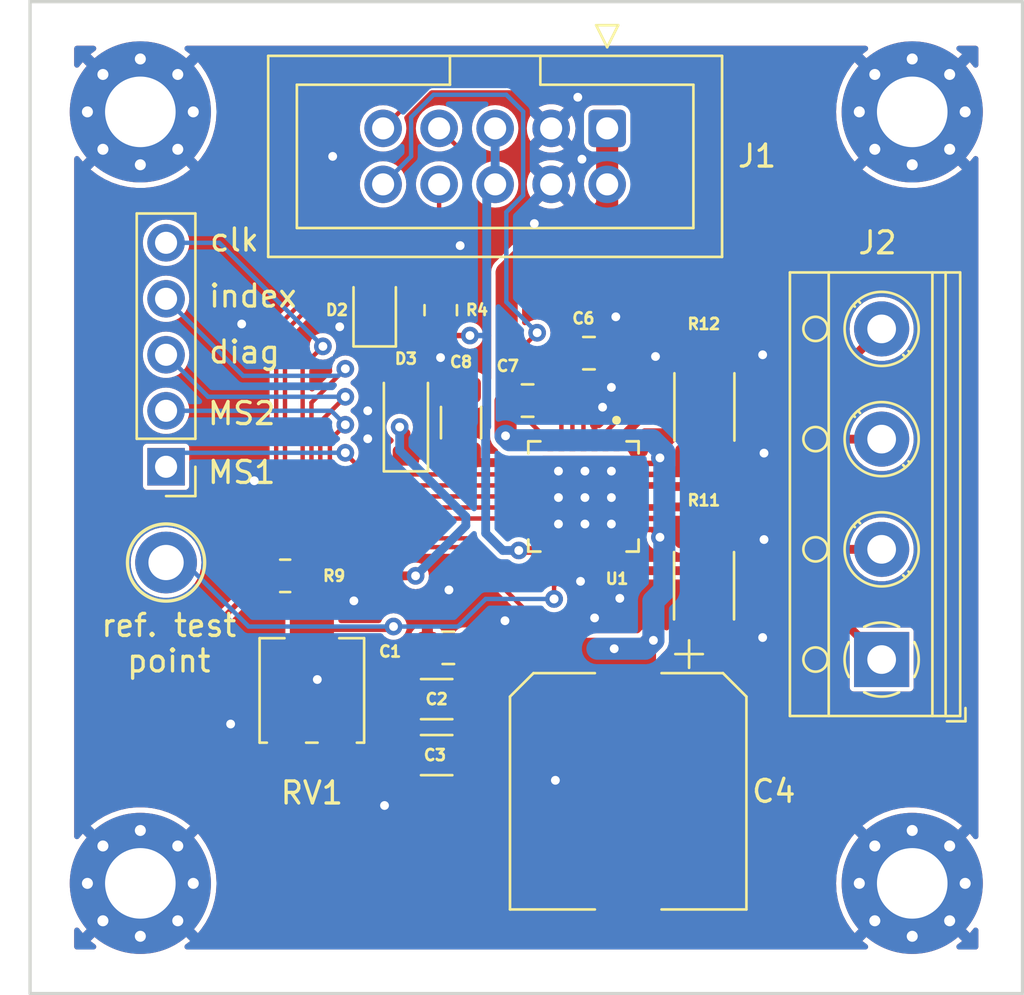
<source format=kicad_pcb>
(kicad_pcb (version 20221018) (generator pcbnew)
  (layers (0 "F.Cu" signal) (31 "B.Cu" signal) (34 "B.Paste" user) (35 "F.Paste" user) (36 "B.SilkS" user "B.Silkscreen") (37 "F.SilkS" user "F.Silkscreen") (38 "B.Mask" user) (39 "F.Mask" user) (44 "Edge.Cuts" user))
  (net 0 "")
  (net 2 "+5V")
  (net 3 "GND")
  (net 4 "MOT_INDEX")
  (net 5 "MOT_DIR")
  (net 6 "MOT_STEP")
  (net 7 "MOT_STANDBY")
  (net 8 "MOT_CLK")
  (net 9 "MOT_SPREAD")
  (net 10 "MOT_MS1")
  (net 11 "MOT_MS2")
  (net 12 "MOT_DIAG")
  (net 13 "MOT_ENABLE")
  (net 14 "Vdrive")
  (net 15 "Net-(U1-CPO)")
  (net 16 "Net-(R9-Pad2)")
  (net 17 "Net-(J3-Pin_1)")
  (net 18 "Net-(U1-CPI)")
  (net 19 "Net-(U1-VCP)")
  (net 20 "Net-(D3-K)")
  (net 21 "Net-(D2-A)")
  (net 22 "Net-(U1-BRA)")
  (net 23 "Net-(U1-BRB)")
  (net 25 "OA1")
  (net 26 "OB1")
  (net 27 "OA2")
  (net 28 "OB2")
  (footprint "Capacitor_SMD:C_0805_2012Metric" (layer "F.Cu") (at 82.268 57.617)
    (fp_text reference "C1" (at -2.639 0.168) (layer "F.SilkS") (effects (font (size 0.5 0.5) (thickness 0.125))))
    (fp_text value "C100nF" hide)
    (pad "1" smd roundrect (at -0.95 0) (size 1 1.45) (layers "F.Cu" "F.Paste" "F.Mask") (net 3 "GND"))
    (pad "2" smd roundrect (at 0.95 0) (size 1 1.45) (layers "F.Cu" "F.Paste" "F.Mask") (net 14 "Vdrive"))
  )
  (footprint "TerminalBlock_RND:TerminalBlock_RND_205-00014_1x04_P5.00mm_Horizontal" (layer "F.Cu") (at 101.916 58.149 90)
    (fp_text reference "J2" (at 18.906 -0.189) (layer "F.SilkS"))
    (fp_text value "Screw_Terminal_01x04" hide)
    (pad "1" thru_hole rect (at 0 0 90) (size 2.5 2.5) (drill 1.3) (layers "*.Cu" "*.Mask") (net 27 "OA2"))
    (pad "2" thru_hole circle (at 5 0 90) (size 2.5 2.5) (drill 1.3) (layers "*.Cu" "*.Mask") (net 25 "OA1"))
    (pad "3" thru_hole circle (at 10 0 90) (size 2.5 2.5) (drill 1.3) (layers "*.Cu" "*.Mask") (net 26 "OB1"))
    (pad "4" thru_hole circle (at 15 0 90) (size 2.5 2.5) (drill 1.3) (layers "*.Cu" "*.Mask") (net 28 "OB2"))
  )
  (footprint "LED_SMD:LED_0805_2012Metric" (layer "F.Cu") (at 78.929 42.2585 90)
    (fp_text reference "D2" (at -0.0325 -1.713) (layer "F.SilkS") (effects (font (size 0.5 0.5) (thickness 0.125) bold)))
    (fp_text value "LED")
    (pad "1" smd roundrect (at -0.9375 0 90) (size 0.975 1.4) (layers "F.Cu" "F.Paste" "F.Mask") (net 3 "GND"))
    (pad "2" smd roundrect (at 0.9375 0 90) (size 0.975 1.4) (layers "F.Cu" "F.Paste" "F.Mask") (net 21 "Net-(D2-A)"))
  )
  (footprint "Capacitor_SMD:CP_Elec_10x10.5" (layer "F.Cu") (at 90.424 64.126 -90)
    (fp_text reference "C4" (at 0 -6.604 -180) (layer "F.SilkS"))
    (fp_text value "C_330uF")
    (pad "1" smd roundrect (at -4.2 0 270) (size 4.4 2.5) (layers "F.Cu" "F.Paste" "F.Mask") (roundrect_rratio 0.1) (net 14 "Vdrive"))
    (pad "2" smd roundrect (at 4.2 0 270) (size 4.4 2.5) (layers "F.Cu" "F.Paste" "F.Mask") (roundrect_rratio 0.1) (net 3 "GND"))
  )
  (footprint "Capacitor_SMD:C_1206_3216Metric" (layer "F.Cu") (at 81.739 59.944 180)
    (fp_text reference "C2" (at 0 0) (layer "F.SilkS") (effects (font (size 0.5 0.5) (thickness 0.125) bold)))
    (fp_text value "C10uF")
    (pad "1" smd roundrect (at -1.475 0 180) (size 1.15 1.8) (layers "F.Cu" "F.Paste" "F.Mask") (roundrect_rratio 0.2173913043) (net 14 "Vdrive"))
    (pad "2" smd roundrect (at 1.475 0 180) (size 1.15 1.8) (layers "F.Cu" "F.Paste" "F.Mask") (roundrect_rratio 0.2173913043) (net 3 "GND"))
  )
  (footprint "Resistor_SMD:R_0805_2012Metric" (layer "F.Cu") (at 74.8705 54.352 180)
    (fp_text reference "R9" (at -2.2185 0) (layer "F.SilkS") (effects (font (size 0.5 0.5) (thickness 0.125))))
    (fp_text value "R20k" hide)
    (pad "1" smd roundrect (at -0.9125 0 180) (size 1.025 1.4) (layers "F.Cu" "F.Paste" "F.Mask") (roundrect_rratio 0.243902439) (net 20 "Net-(D3-K)"))
    (pad "2" smd roundrect (at 0.9125 0 180) (size 1.025 1.4) (layers "F.Cu" "F.Paste" "F.Mask") (roundrect_rratio 0.243902439) (net 16 "Net-(R9-Pad2)"))
  )
  (footprint "Connector_PinHeader_2.54mm:PinHeader_1x05_P2.54mm_Vertical" (layer "F.Cu") (at 69.469 49.403 180)
    (fp_text reference "J4" hide)
    (fp_text value "Conn_01x05_Socket")
    (pad "1" thru_hole rect (at 0 0 180) (size 1.7 1.7) (drill 1) (layers "*.Cu" "*.Mask") (net 10 "MOT_MS1"))
    (pad "2" thru_hole oval (at 0 2.54 180) (size 1.7 1.7) (drill 1) (layers "*.Cu" "*.Mask") (net 11 "MOT_MS2"))
    (pad "3" thru_hole oval (at 0 5.08 180) (size 1.7 1.7) (drill 1) (layers "*.Cu" "*.Mask") (net 12 "MOT_DIAG"))
    (pad "4" thru_hole oval (at 0 7.62 180) (size 1.7 1.7) (drill 1) (layers "*.Cu" "*.Mask") (net 4 "MOT_INDEX"))
    (pad "5" thru_hole oval (at 0 10.16 180) (size 1.7 1.7) (drill 1) (layers "*.Cu" "*.Mask") (net 8 "MOT_CLK"))
  )
  (footprint "Capacitor_SMD:C_1206_3216Metric" (layer "F.Cu") (at 82.8445 47.4 90)
    (fp_text reference "C8" (at 2.75 0 180) (layer "F.SilkS") (effects (font (size 0.5 0.5) (thickness 0.125))))
    (fp_text value "C2.2-4.7uF ceramic" hide)
    (pad "1" smd roundrect (at -1.475 0 90) (size 1.15 1.8) (layers "F.Cu" "F.Paste" "F.Mask") (roundrect_rratio 0.2173913043) (net 20 "Net-(D3-K)"))
    (pad "2" smd roundrect (at 1.475 0 90) (size 1.15 1.8) (layers "F.Cu" "F.Paste" "F.Mask") (roundrect_rratio 0.2173913043) (net 3 "GND"))
  )
  (footprint "MountingHole:MountingHole_3.2mm_M3_Pad_Via" (layer "F.Cu") (at 103.302944 68.302944)
    (fp_text reference "H4" hide)
    (fp_text value "MountingHole_Pad" hide)
    (pad "1" thru_hole circle (at -2.4 0) (size 0.8 0.8) (drill 0.5) (layers "*.Cu" "*.Mask") (net 3 "GND"))
    (pad "1" thru_hole circle (at -1.697056 -1.697056) (size 0.8 0.8) (drill 0.5) (layers "*.Cu" "*.Mask") (net 3 "GND"))
    (pad "1" thru_hole circle (at -1.697056 1.697056) (size 0.8 0.8) (drill 0.5) (layers "*.Cu" "*.Mask") (net 3 "GND"))
    (pad "1" thru_hole circle (at 0 -2.4) (size 0.8 0.8) (drill 0.5) (layers "*.Cu" "*.Mask") (net 3 "GND"))
    (pad "1" thru_hole circle (at 0 0) (size 6.4 6.4) (drill 3.2) (layers "*.Cu" "*.Mask") (net 3 "GND"))
    (pad "1" thru_hole circle (at 0 2.4) (size 0.8 0.8) (drill 0.5) (layers "*.Cu" "*.Mask") (net 3 "GND"))
    (pad "1" thru_hole circle (at 1.697056 -1.697056) (size 0.8 0.8) (drill 0.5) (layers "*.Cu" "*.Mask") (net 3 "GND"))
    (pad "1" thru_hole circle (at 1.697056 1.697056) (size 0.8 0.8) (drill 0.5) (layers "*.Cu" "*.Mask") (net 3 "GND"))
    (pad "1" thru_hole circle (at 2.4 0) (size 0.8 0.8) (drill 0.5) (layers "*.Cu" "*.Mask") (net 3 "GND"))
  )
  (footprint "MountingHole:MountingHole_3.2mm_M3_Pad_Via" (layer "F.Cu") (at 103.302944 33.302944)
    (fp_text reference "H3" hide)
    (fp_text value "MountingHole_Pad" hide)
    (pad "1" thru_hole circle (at -2.4 0) (size 0.8 0.8) (drill 0.5) (layers "*.Cu" "*.Mask") (net 3 "GND"))
    (pad "1" thru_hole circle (at -1.697056 -1.697056) (size 0.8 0.8) (drill 0.5) (layers "*.Cu" "*.Mask") (net 3 "GND"))
    (pad "1" thru_hole circle (at -1.697056 1.697056) (size 0.8 0.8) (drill 0.5) (layers "*.Cu" "*.Mask") (net 3 "GND"))
    (pad "1" thru_hole circle (at 0 -2.4) (size 0.8 0.8) (drill 0.5) (layers "*.Cu" "*.Mask") (net 3 "GND"))
    (pad "1" thru_hole circle (at 0 0) (size 6.4 6.4) (drill 3.2) (layers "*.Cu" "*.Mask") (net 3 "GND"))
    (pad "1" thru_hole circle (at 0 2.4) (size 0.8 0.8) (drill 0.5) (layers "*.Cu" "*.Mask") (net 3 "GND"))
    (pad "1" thru_hole circle (at 1.697056 -1.697056) (size 0.8 0.8) (drill 0.5) (layers "*.Cu" "*.Mask") (net 3 "GND"))
    (pad "1" thru_hole circle (at 1.697056 1.697056) (size 0.8 0.8) (drill 0.5) (layers "*.Cu" "*.Mask") (net 3 "GND"))
    (pad "1" thru_hole circle (at 2.4 0) (size 0.8 0.8) (drill 0.5) (layers "*.Cu" "*.Mask") (net 3 "GND"))
  )
  (footprint "Capacitor_SMD:C_1206_3216Metric" (layer "F.Cu") (at 81.739 62.484 180)
    (fp_text reference "C3" (at 0.078 0) (layer "F.SilkS") (effects (font (size 0.5 0.5) (thickness 0.125))))
    (fp_text value "C4.7uF" hide)
    (pad "1" smd roundrect (at -1.475 0 180) (size 1.15 1.8) (layers "F.Cu" "F.Paste" "F.Mask") (roundrect_rratio 0.2173913043) (net 14 "Vdrive"))
    (pad "2" smd roundrect (at 1.475 0 180) (size 1.15 1.8) (layers "F.Cu" "F.Paste" "F.Mask") (roundrect_rratio 0.2173913043) (net 3 "GND"))
  )
  (footprint "Potentiometer_SMD:Potentiometer_Bourns_3314G_Vertical" (layer "F.Cu") (at 76.08 59.55 180)
    (fp_text reference "RV1" (at 0 -4.65 180) (layer "F.SilkS"))
    (fp_text value "20k_Potentiometer" hide)
    (pad "1" smd rect (at 1.15 -2.75 180) (size 1.3 1.3) (layers "F.Cu" "F.Paste" "F.Mask") (net 16 "Net-(R9-Pad2)"))
    (pad "2" smd rect (at 0 2.75 180) (size 2 1.3) (layers "F.Cu" "F.Paste" "F.Mask") (net 17 "Net-(J3-Pin_1)"))
    (pad "3" smd rect (at -1.15 -2.75 180) (size 1.3 1.3) (layers "F.Cu" "F.Paste" "F.Mask") (net 3 "GND"))
  )
  (footprint "Connector_IDC:IDC-Header_2x05_P2.54mm_Vertical" (layer "F.Cu") (at 89.47 34.052 -90)
    (fp_text reference "J1" (at 1.254 -6.796) (layer "F.SilkS"))
    (fp_text value "Conn_02x05_Odd_Even" hide)
    (pad "1" thru_hole roundrect (at 0 0 270) (size 1.7 1.7) (drill 1) (layers "*.Cu" "*.Mask") (roundrect_rratio 0.1470588235) (net 14 "Vdrive"))
    (pad "2" thru_hole circle (at 2.54 0 270) (size 1.7 1.7) (drill 1) (layers "*.Cu" "*.Mask") (net 14 "Vdrive"))
    (pad "3" thru_hole circle (at 0 2.54 270) (size 1.7 1.7) (drill 1) (layers "*.Cu" "*.Mask") (net 3 "GND"))
    (pad "4" thru_hole circle (at 2.54 2.54 270) (size 1.7 1.7) (drill 1) (layers "*.Cu" "*.Mask") (net 3 "GND"))
    (pad "5" thru_hole circle (at 0 5.08 270) (size 1.7 1.7) (drill 1) (layers "*.Cu" "*.Mask") (net 2 "+5V"))
    (pad "6" thru_hole circle (at 2.54 5.08 270) (size 1.7 1.7) (drill 1) (layers "*.Cu" "*.Mask") (net 2 "+5V"))
    (pad "7" thru_hole circle (at 0 7.62 270) (size 1.7 1.7) (drill 1) (layers "*.Cu" "*.Mask") (net 6 "MOT_STEP"))
    (pad "8" thru_hole circle (at 2.54 7.62 270) (size 1.7 1.7) (drill 1) (layers "*.Cu" "*.Mask") (net 5 "MOT_DIR"))
    (pad "9" thru_hole circle (at 0 10.16 270) (size 1.7 1.7) (drill 1) (layers "*.Cu" "*.Mask") (net 13 "MOT_ENABLE"))
    (pad "10" thru_hole circle (at 2.54 10.16 270) (size 1.7 1.7) (drill 1) (layers "*.Cu" "*.Mask") (net 9 "MOT_SPREAD"))
  )
  (footprint "Resistor_SMD:R_2010_5025Metric" (layer "F.Cu") (at 93.8795 46.6875 -90)
    (fp_text reference "R12" (at -3.7615 0.0265 -180) (layer "F.SilkS") (effects (font (size 0.5 0.5) (thickness 0.125))))
    (fp_text value "R100mOHM" hide)
    (pad "1" smd roundrect (at -2.3125 0 270) (size 1.225 2.65) (layers "F.Cu" "F.Paste" "F.Mask") (roundrect_rratio 0.2040816327) (net 3 "GND"))
    (pad "2" smd roundrect (at 2.3125 0 270) (size 1.225 2.65) (layers "F.Cu" "F.Paste" "F.Mask") (roundrect_rratio 0.2040816327) (net 23 "Net-(U1-BRB)"))
  )
  (footprint "TestPoint:TestPoint_Keystone_5010-5014_Multipurpose" (layer "F.Cu") (at 69.469 53.747051 180)
    (fp_text reference "J3" hide)
    (fp_text value "Conn_01x02_Socket" hide)
    (pad "1" thru_hole circle (at 0 0 180) (size 2.8 2.8) (drill 1.6) (layers "*.Cu" "*.Mask") (net 17 "Net-(J3-Pin_1)"))
  )
  (footprint "Capacitor_SMD:C_0805_2012Metric" (layer "F.Cu") (at 88.6445 44.25)
    (fp_text reference "C6" (at -0.2525 -1.578) (layer "F.SilkS") (effects (font (size 0.5 0.5) (thickness 0.125))))
    (fp_text value "C22nF 50V" hide)
    (pad "1" smd roundrect (at -0.95 0) (size 1 1.45) (layers "F.Cu" "F.Paste" "F.Mask") (net 18 "Net-(U1-CPI)"))
    (pad "2" smd roundrect (at 0.95 0) (size 1 1.45) (layers "F.Cu" "F.Paste" "F.Mask") (net 15 "Net-(U1-CPO)"))
  )
  (footprint "components:QFN50P500X500X90-29N" (layer "F.Cu") (at 88.3945 50.75 -90)
    (fp_text reference "U1" (at 3.733 -1.5215 -180) (layer "F.SilkS") (effects (font (size 0.5 0.5) (thickness 0.125))))
    (fp_text value "TMC2209-LA" hide)
    (pad "1" smd roundrect (at -2.45 -1.5 270) (size 0.81 0.27) (layers "F.Cu" "F.Paste" "F.Mask") (roundrect_rratio 0.03) (net 28 "OB2"))
    (pad "2" smd roundrect (at -2.45 -1 270) (size 0.81 0.27) (layers "F.Cu" "F.Paste" "F.Mask") (roundrect_rratio 0.03) (net 13 "MOT_ENABLE"))
    (pad "3" smd roundrect (at -2.45 -0.5 270) (size 0.81 0.27) (layers "F.Cu" "F.Paste" "F.Mask") (roundrect_rratio 0.03) (net 3 "GND"))
    (pad "4" smd roundrect (at -2.45 0 270) (size 0.81 0.27) (layers "F.Cu" "F.Paste" "F.Mask") (roundrect_rratio 0.03) (net 15 "Net-(U1-CPO)"))
    (pad "5" smd roundrect (at -2.45 0.5 270) (size 0.81 0.27) (layers "F.Cu" "F.Paste" "F.Mask") (roundrect_rratio 0.03) (net 18 "Net-(U1-CPI)"))
    (pad "6" smd roundrect (at -2.45 1 270) (size 0.81 0.27) (layers "F.Cu" "F.Paste" "F.Mask") (roundrect_rratio 0.03) (net 19 "Net-(U1-VCP)"))
    (pad "7" smd roundrect (at -2.45 1.5 270) (size 0.81 0.27) (layers "F.Cu" "F.Paste" "F.Mask") (roundrect_rratio 0.03) (net 9 "MOT_SPREAD"))
    (pad "8" smd roundrect (at -1.5 2.45 270) (size 0.27 0.81) (layers "F.Cu" "F.Paste" "F.Mask") (roundrect_rratio 0.1) (net 20 "Net-(D3-K)"))
    (pad "9" smd roundrect (at -1 2.45 270) (size 0.27 0.81) (layers "F.Cu" "F.Paste" "F.Mask") (roundrect_rratio 0.1) (net 10 "MOT_MS1"))
    (pad "10" smd roundrect (at -0.5 2.45 270) (size 0.27 0.81) (layers "F.Cu" "F.Paste" "F.Mask") (roundrect_rratio 0.1) (net 11 "MOT_MS2"))
    (pad "11" smd roundrect (at 0 2.45 270) (size 0.27 0.81) (layers "F.Cu" "F.Paste" "F.Mask") (roundrect_rratio 0.1) (net 12 "MOT_DIAG"))
    (pad "12" smd roundrect (at 0.5 2.45 270) (size 0.27 0.81) (layers "F.Cu" "F.Paste" "F.Mask") (roundrect_rratio 0.1) (net 4 "MOT_INDEX"))
    (pad "13" smd roundrect (at 1 2.45 270) (size 0.27 0.81) (layers "F.Cu" "F.Paste" "F.Mask") (roundrect_rratio 0.1) (net 8 "MOT_CLK"))
    (pad "14" smd roundrect (at 1.5 2.45 270) (size 0.27 0.81) (layers "F.Cu" "F.Paste" "F.Mask") (roundrect_rratio 0.1))
    (pad "15" smd roundrect (at 2.45 1.5 270) (size 0.81 0.27) (layers "F.Cu" "F.Paste" "F.Mask") (roundrect_rratio 0.03) (net 2 "+5V"))
    (pad "16" smd roundrect (at 2.45 1 270) (size 0.81 0.27) (layers "F.Cu" "F.Paste" "F.Mask") (roundrect_rratio 0.03) (net 6 "MOT_STEP"))
    (pad "17" smd roundrect (at 2.45 0.5 270) (size 0.81 0.27) (layers "F.Cu" "F.Paste" "F.Mask") (roundrect_rratio 0.03) (net 17 "Net-(J3-Pin_1)"))
    (pad "18" smd roundrect (at 2.45 0 270) (size 0.81 0.27) (layers "F.Cu" "F.Paste" "F.Mask") (roundrect_rratio 0.03) (net 3 "GND"))
    (pad "19" smd roundrect (at 2.45 -0.5 270) (size 0.81 0.27) (layers "F.Cu" "F.Paste" "F.Mask") (roundrect_rratio 0.03) (net 5 "MOT_DIR"))
    (pad "20" smd roundrect (at 2.45 -1 270) (size 0.81 0.27) (layers "F.Cu" "F.Paste" "F.Mask") (roundrect_rratio 0.03) (net 7 "MOT_STANDBY"))
    (pad "21" smd roundrect (at 2.45 -1.5 270) (size 0.81 0.27) (layers "F.Cu" "F.Paste" "F.Mask") (roundrect_rratio 0.03) (net 27 "OA2"))
    (pad "22" smd roundrect (at 1.5 -2.45 270) (size 0.27 0.81) (layers "F.Cu" "F.Paste" "F.Mask") (roundrect_rratio 0.1) (net 14 "Vdrive"))
    (pad "23" smd roundrect (at 1 -2.45 270) (size 0.27 0.81) (layers "F.Cu" "F.Paste" "F.Mask") (roundrect_rratio 0.1) (net 22 "Net-(U1-BRA)"))
    (pad "24" smd roundrect (at 0.5 -2.45 270) (size 0.27 0.81) (layers "F.Cu" "F.Paste" "F.Mask") (roundrect_rratio 0.1) (net 25 "OA1"))
    (pad "25" smd roundrect (at 0 -2.45 270) (size 0.27 0.81) (layers "F.Cu" "F.Paste" "F.Mask") (roundrect_rratio 0.1))
    (pad "26" smd roundrect (at -0.5 -2.45 270) (size 0.27 0.81) (layers "F.Cu" "F.Paste" "F.Mask") (roundrect_rratio 0.1) (net 26 "OB1"))
    (pad "27" smd roundrect (at -1 -2.45 270) (size 0.27 0.81) (layers "F.Cu" "F.Paste" "F.Mask") (roundrect_rratio 0.1) (net 23 "Net-(U1-BRB)"))
    (pad "28" smd roundrect (at -1.5 -2.45 270) (size 0.27 0.81) (layers "F.Cu" "F.Paste" "F.Mask") (roundrect_rratio 0.1) (net 14 "Vdrive"))
    (pad "29" smd rect (at 0 0 270) (size 3.7 3.7) (layers "F.Cu" "F.Mask") (net 3 "GND"))
  )
  (footprint "Capacitor_SMD:C_0805_2012Metric" (layer "F.Cu") (at 85.862 46.4 180)
    (fp_text reference "C7" (at 0.899 1.569) (layer "F.SilkS") (effects (font (size 0.5 0.5) (thickness 0.125))))
    (fp_text value "C100nF" hide)
    (pad "1" smd roundrect (at -0.95 0 180) (size 1 1.45) (layers "F.Cu" "F.Paste" "F.Mask") (net 19 "Net-(U1-VCP)"))
    (pad "2" smd roundrect (at 0.95 0 180) (size 1 1.45) (layers "F.Cu" "F.Paste" "F.Mask") (net 14 "Vdrive"))
  )
  (footprint "Resistor_SMD:R_0805_2012Metric" (layer "F.Cu") (at 81.924 42.2985 90)
    (fp_text reference "R4" (at 0.0075 1.642 180) (layer "F.SilkS") (effects (font (size 0.5 0.5) (thickness 0.125) bold)))
    (fp_text value "R330")
    (pad "1" smd roundrect (at -0.9125 0 90) (size 1.025 1.4) (layers "F.Cu" "F.Paste" "F.Mask") (roundrect_rratio 0.243902439) (net 2 "+5V"))
    (pad "2" smd roundrect (at 0.9125 0 90) (size 1.025 1.4) (layers "F.Cu" "F.Paste" "F.Mask") (roundrect_rratio 0.243902439) (net 21 "Net-(D2-A)"))
  )
  (footprint "MountingHole:MountingHole_3.2mm_M3_Pad_Via" (layer "F.Cu") (at 68.302944 68.302944)
    (fp_text reference "H2" hide)
    (fp_text value "MountingHole_Pad" hide)
    (pad "1" thru_hole circle (at -2.4 0) (size 0.8 0.8) (drill 0.5) (layers "*.Cu" "*.Mask") (net 3 "GND"))
    (pad "1" thru_hole circle (at -1.697056 -1.697056) (size 0.8 0.8) (drill 0.5) (layers "*.Cu" "*.Mask") (net 3 "GND"))
    (pad "1" thru_hole circle (at -1.697056 1.697056) (size 0.8 0.8) (drill 0.5) (layers "*.Cu" "*.Mask") (net 3 "GND"))
    (pad "1" thru_hole circle (at 0 -2.4) (size 0.8 0.8) (drill 0.5) (layers "*.Cu" "*.Mask") (net 3 "GND"))
    (pad "1" thru_hole circle (at 0 0) (size 6.4 6.4) (drill 3.2) (layers "*.Cu" "*.Mask") (net 3 "GND"))
    (pad "1" thru_hole circle (at 0 2.4) (size 0.8 0.8) (drill 0.5) (layers "*.Cu" "*.Mask") (net 3 "GND"))
    (pad "1" thru_hole circle (at 1.697056 -1.697056) (size 0.8 0.8) (drill 0.5) (layers "*.Cu" "*.Mask") (net 3 "GND"))
    (pad "1" thru_hole circle (at 1.697056 1.697056) (size 0.8 0.8) (drill 0.5) (layers "*.Cu" "*.Mask") (net 3 "GND"))
    (pad "1" thru_hole circle (at 2.4 0) (size 0.8 0.8) (drill 0.5) (layers "*.Cu" "*.Mask") (net 3 "GND"))
  )
  (footprint "Diode_SMD:D_SOD-123" (layer "F.Cu") (at 80.3445 47.25 90)
    (fp_text reference "D3" (at 2.75 0 180) (layer "F.SilkS") (effects (font (size 0.5 0.5) (thickness 0.125))))
    (fp_text value "D_TVS_5V" hide)
    (pad "1" smd roundrect (at -1.65 0 90) (size 0.9 1.2) (layers "F.Cu" "F.Paste" "F.Mask") (net 20 "Net-(D3-K)"))
    (pad "2" smd roundrect (at 1.65 0 90) (size 0.9 1.2) (layers "F.Cu" "F.Paste" "F.Mask") (net 3 "GND"))
  )
  (footprint "Resistor_SMD:R_2010_5025Metric" (layer "F.Cu") (at 93.862 54.8 90)
    (fp_text reference "R11" (at 3.873 -0.0075 180) (layer "F.SilkS") (effects (font (size 0.5 0.5) (thickness 0.125))))
    (fp_text value "R100mOHM" hide)
    (pad "1" smd roundrect (at -2.3125 0 90) (size 1.225 2.65) (layers "F.Cu" "F.Paste" "F.Mask") (roundrect_rratio 0.2040816327) (net 3 "GND"))
    (pad "2" smd roundrect (at 2.3125 0 90) (size 1.225 2.65) (layers "F.Cu" "F.Paste" "F.Mask") (roundrect_rratio 0.2040816327) (net 22 "Net-(U1-BRA)"))
  )
  (footprint "MountingHole:MountingHole_3.2mm_M3_Pad_Via" (layer "F.Cu") (at 68.302944 33.302944)
    (fp_text reference "H1" hide)
    (fp_text value "MountingHole_Pad" hide)
    (pad "1" thru_hole circle (at -2.4 0) (size 0.8 0.8) (drill 0.5) (layers "*.Cu" "*.Mask") (net 3 "GND"))
    (pad "1" thru_hole circle (at -1.697056 -1.697056) (size 0.8 0.8) (drill 0.5) (layers "*.Cu" "*.Mask") (net 3 "GND"))
    (pad "1" thru_hole circle (at -1.697056 1.697056) (size 0.8 0.8) (drill 0.5) (layers "*.Cu" "*.Mask") (net 3 "GND"))
    (pad "1" thru_hole circle (at 0 -2.4) (size 0.8 0.8) (drill 0.5) (layers "*.Cu" "*.Mask") (net 3 "GND"))
    (pad "1" thru_hole circle (at 0 0) (size 6.4 6.4) (drill 3.2) (layers "*.Cu" "*.Mask") (net 3 "GND"))
    (pad "1" thru_hole circle (at 0 2.4) (size 0.8 0.8) (drill 0.5) (layers "*.Cu" "*.Mask") (net 3 "GND"))
    (pad "1" thru_hole circle (at 1.697056 -1.697056) (size 0.8 0.8) (drill 0.5) (layers "*.Cu" "*.Mask") (net 3 "GND"))
    (pad "1" thru_hole circle (at 1.697056 1.697056) (size 0.8 0.8) (drill 0.5) (layers "*.Cu" "*.Mask") (net 3 "GND"))
    (pad "1" thru_hole circle (at 2.4 0) (size 0.8 0.8) (drill 0.5) (layers "*.Cu" "*.Mask") (net 3 "GND"))
  )
  (gr_rect (start 63.302944 28.302944) (end 108.302944 73.302944) (stroke (width 0.15)) (fill none) (layer "Edge.Cuts"))
  (gr_text "MS1" (at 72.898 49.657) (layer "F.SilkS") (effects (font (size 1 1))))
  (gr_text "index" (at 73.406 41.656) (layer "F.SilkS") (effects (font (size 1 1))))
  (gr_text "ref. test\npoint" (at 69.596 57.404) (layer "F.SilkS") (effects (font (size 1 1))))
  (gr_text "MS2" (at 72.898 46.99) (layer "F.SilkS") (effects (font (size 1 1))))
  (gr_text "clk" (at 71.374 39.116) (layer "F.SilkS") (effects (font (size 1 1)) (justify left)))
  (gr_text "diag" (at 73.025 44.196) (layer "F.SilkS") (effects (font (size 1 1))))
  (segment (start 85.462 53.2) (end 86.8595 53.2) (width 0.4) (layer "F.Cu") (net 2))
  (segment (start 82.163 43.45) (end 83.247 43.45) (width 0.25) (layer "F.Cu") (net 2))
  (segment (start 81.924 43.211) (end 82.163 43.45) (width 0.25) (layer "F.Cu") (net 2))
  (via (at 85.462 53.2) (size 0.8) (drill 0.4) (layers "F.Cu" "B.Cu") (net 2))
  (via (at 83.247 43.45) (size 0.8) (drill 0.4) (layers "F.Cu" "B.Cu") (net 2))
  (segment (start 84.39 36.592) (end 84.39 34.052) (width 0.4) (layer "B.Cu") (net 2))
  (segment (start 84.009 36.973) (end 84.39 36.592) (width 0.4) (layer "B.Cu") (net 2))
  (segment (start 84.742 53.2) (end 83.962 52.42) (width 0.4) (layer "B.Cu") (net 2))
  (segment (start 84.009 43.45) (end 84.009 36.973) (width 0.4) (layer "B.Cu") (net 2))
  (segment (start 85.462 53.2) (end 84.742 53.2) (width 0.4) (layer "B.Cu") (net 2))
  (segment (start 84.009 47.580208) (end 84.009 43.45) (width 0.4) (layer "B.Cu") (net 2))
  (segment (start 83.962 52.42) (end 83.962 47.627208) (width 0.4) (layer "B.Cu") (net 2))
  (segment (start 83.247 43.45) (end 84.009 43.45) (width 0.25) (layer "B.Cu") (net 2))
  (segment (start 83.962 47.627208) (end 84.009 47.580208) (width 0.4) (layer "B.Cu") (net 2))
  (via (at 89.662 52) (size 0.8) (drill 0.4) (layers "F.Cu" "B.Cu") (net 3))
  (via (at 82.804 39.37) (size 0.8) (drill 0.4) (layers "F.Cu" "B.Cu") (net 3))
  (via (at 86.168 38.37) (size 0.8) (drill 0.4) (layers "F.Cu" "B.Cu") (net 3))
  (via (at 82.296 54.991) (size 0.8) (drill 0.4) (layers "F.Cu" "B.Cu") (net 3))
  (via (at 88.462 49.6) (size 0.8) (drill 0.4) (layers "F.Cu" "B.Cu") (net 3))
  (via (at 77.985 55.486) (size 0.8) (drill 0.4) (layers "F.Cu" "B.Cu") (net 3))
  (via (at 72.898 42.926) (size 0.8) (drill 0.4) (layers "F.Cu" "B.Cu") (net 3))
  (via (at 88.462 50.8) (size 0.8) (drill 0.4) (layers "F.Cu" "B.Cu") (net 3))
  (via (at 84.836 56.388) (size 0.8) (drill 0.4) (layers "F.Cu" "B.Cu") (net 3))
  (via (at 90.043 55.372) (size 0.8) (drill 0.4) (layers "F.Cu" "B.Cu") (net 3))
  (via (at 73.468 50.038) (size 0.8) (drill 0.4) (layers "F.Cu" "B.Cu") (net 3))
  (via (at 89.662 50.8) (size 0.8) (drill 0.4) (layers "F.Cu" "B.Cu") (net 3))
  (via (at 88.462 52) (size 0.8) (drill 0.4) (layers "F.Cu" "B.Cu") (net 3))
  (via (at 88.327 35.449) (size 0.8) (drill 0.4) (layers "F.Cu" "B.Cu") (net 3))
  (via (at 72.397 61.074) (size 0.8) (drill 0.4) (layers "F.Cu" "B.Cu") (net 3))
  (via (at 89.862 42.6) (size 0.8) (drill 0.4) (layers "F.Cu" "B.Cu") (net 3))
  (via (at 81.915 44.45) (size 0.8) (drill 0.4) (layers "F.Cu" "B.Cu") (net 3))
  (via (at 77.343 43.053) (size 0.8) (drill 0.4) (layers "F.Cu" "B.Cu") (net 3))
  (via (at 88.138 32.639) (size 0.8) (drill 0.4) (layers "F.Cu" "B.Cu") (net 3))
  (via (at 87.262 50.8) (size 0.8) (drill 0.4) (layers "F.Cu" "B.Cu") (net 3))
  (via (at 78.613 48.133) (size 0.8) (drill 0.4) (layers "F.Cu" "B.Cu") (net 3))
  (via (at 87.262 49.6) (size 0.8) (drill 0.4) (layers "F.Cu" "B.Cu") (net 3))
  (via (at 77.024 35.322) (size 0.8) (drill 0.4) (layers "F.Cu" "B.Cu") (net 3))
  (via (at 96.52 44.323) (size 0.8) (drill 0.4) (layers "F.Cu" "B.Cu") (net 3))
  (via (at 91.662 44.4) (size 0.8) (drill 0.4) (layers "F.Cu" "B.Cu") (net 3))
  (via (at 88.9 56.261) (size 0.8) (drill 0.4) (layers "F.Cu" "B.Cu") (net 3))
  (via (at 89.662 49.6) (size 0.8) (drill 0.4) (layers "F.Cu" "B.Cu") (net 3))
  (via (at 87.262 52) (size 0.8) (drill 0.4) (layers "F.Cu" "B.Cu") (net 3))
  (via (at 96.582 48.784) (size 0.8) (drill 0.4) (layers "F.Cu" "B.Cu") (net 3))
  (via (at 78.613 46.863) (size 0.8) (drill 0.4) (layers "F.Cu" "B.Cu") (net 3))
  (via (at 96.582 52.705) (size 0.8) (drill 0.4) (layers "F.Cu" "B.Cu") (net 3))
  (via (at 89.662 45.8) (size 0.8) (drill 0.4) (layers "F.Cu" "B.Cu") (net 3))
  (via (at 79.375 64.77) (size 0.8) (drill 0.4) (layers "F.Cu" "B.Cu") (net 3))
  (via (at 87.122 63.627) (size 0.8) (drill 0.4) (layers "F.Cu" "B.Cu") (net 3))
  (via (at 96.52 57.15) (size 0.8) (drill 0.4) (layers "F.Cu" "B.Cu") (net 3))
  (via (at 89.262 46.7) (size 0.8) (drill 0.4) (layers "F.Cu" "B.Cu") (net 3))
  (via (at 88.262 54.6) (size 0.8) (drill 0.4) (layers "F.Cu" "B.Cu") (net 3))
  (via (at 76.327 59.055) (size 0.8) (drill 0.4) (layers "F.Cu" "B.Cu") (net 3))
  (segment (start 76.062 49.515686) (end 77.796314 51.25) (width 0.2) (layer "F.Cu") (net 4))
  (segment (start 77.597 44.958) (end 76.062 46.493) (width 0.2) (layer "F.Cu") (net 4))
  (segment (start 77.796314 51.25) (end 85.9445 51.25) (width 0.2) (layer "F.Cu") (net 4))
  (segment (start 76.062 46.493) (end 76.062 49.515686) (width 0.2) (layer "F.Cu") (net 4))
  (via (at 77.597 44.958) (size 0.8) (drill 0.4) (layers "F.Cu" "B.Cu") (net 4))
  (segment (start 77.278 45.277) (end 72.963 45.277) (width 0.2) (layer "B.Cu") (net 4))
  (segment (start 72.963 45.277) (end 69.469 41.783) (width 0.2) (layer "B.Cu") (net 4))
  (segment (start 77.597 44.958) (end 77.278 45.277) (width 0.2) (layer "B.Cu") (net 4))
  (segment (start 75.972786 51.689214) (end 77.333572 53.05) (width 0.2) (layer "F.Cu") (net 5))
  (segment (start 88.8945 54.24255) (end 88.8945 53.2) (width 0.2) (layer "F.Cu") (net 5))
  (segment (start 75.972786 51.689214) (end 74.462 50.178428) (width 0.2) (layer "F.Cu") (net 5))
  (segment (start 89.062 54.8) (end 89.062 54.41005) (width 0.2) (layer "F.Cu") (net 5))
  (segment (start 82.912 53.05) (end 86.262 56.4) (width 0.2) (layer "F.Cu") (net 5))
  (segment (start 81.85 37.853314) (end 81.85 36.592) (width 0.2) (layer "F.Cu") (net 5))
  (segment (start 87.462 56.4) (end 89.062 54.8) (width 0.2) (layer "F.Cu") (net 5))
  (segment (start 77.333572 53.05) (end 82.912 53.05) (width 0.2) (layer "F.Cu") (net 5))
  (segment (start 74.462 43.102942) (end 77.778258 39.786685) (width 0.2) (layer "F.Cu") (net 5))
  (segment (start 74.462 50.178428) (end 74.462 43.102942) (width 0.2) (layer "F.Cu") (net 5))
  (segment (start 89.062 54.41005) (end 88.8945 54.24255) (width 0.2) (layer "F.Cu") (net 5))
  (segment (start 77.778258 39.786685) (end 79.916629 39.786685) (width 0.2) (layer "F.Cu") (net 5))
  (segment (start 86.262 56.4) (end 87.462 56.4) (width 0.2) (layer "F.Cu") (net 5))
  (segment (start 79.916629 39.786685) (end 81.85 37.853314) (width 0.2) (layer "F.Cu") (net 5))
  (segment (start 80.082315 40.186685) (end 81.88 38.389) (width 0.2) (layer "F.Cu") (net 6))
  (segment (start 83.12 35.322) (end 81.85 34.052) (width 0.2) (layer "F.Cu") (net 6))
  (segment (start 86.454019 54.6) (end 85.062 54.6) (width 0.2) (layer "F.Cu") (net 6))
  (segment (start 87.3945 53.659519) (end 86.454019 54.6) (width 0.2) (layer "F.Cu") (net 6))
  (segment (start 83.112 52.65) (end 77.499257 52.65) (width 0.2) (layer "F.Cu") (net 6))
  (segment (start 87.3945 53.2) (end 87.3945 53.659519) (width 0.2) (layer "F.Cu") (net 6))
  (segment (start 81.958 38.389) (end 83.12 37.227) (width 0.2) (layer "F.Cu") (net 6))
  (segment (start 81.88 38.389) (end 81.958 38.389) (width 0.2) (layer "F.Cu") (net 6))
  (segment (start 74.862 50.012743) (end 74.862 43.268628) (width 0.2) (layer "F.Cu") (net 6))
  (segment (start 74.862 43.268628) (end 77.943943 40.186685) (width 0.2) (layer "F.Cu") (net 6))
  (segment (start 85.062 54.6) (end 83.112 52.65) (width 0.2) (layer "F.Cu") (net 6))
  (segment (start 77.499257 52.65) (end 74.862 50.012743) (width 0.2) (layer "F.Cu") (net 6))
  (segment (start 77.943943 40.186685) (end 80.082315 40.186685) (width 0.2) (layer "F.Cu") (net 6))
  (segment (start 83.12 37.227) (end 83.12 35.322) (width 0.2) (layer "F.Cu") (net 6))
  (segment (start 89.4295 53.235) (end 89.4295 53.442107) (width 0.2) (layer "F.Cu") (net 7))
  (segment (start 89.3945 53.2) (end 89.4295 53.235) (width 0.2) (layer "F.Cu") (net 7))
  (segment (start 77.730628 51.75) (end 85.9445 51.75) (width 0.2) (layer "F.Cu") (net 8))
  (segment (start 75.662 44.861) (end 75.662 49.681371) (width 0.2) (layer "F.Cu") (net 8))
  (segment (start 76.581 43.942) (end 75.662 44.861) (width 0.2) (layer "F.Cu") (net 8))
  (segment (start 75.662 49.681371) (end 77.730628 51.75) (width 0.2) (layer "F.Cu") (net 8))
  (via (at 76.581 43.942) (size 0.8) (drill 0.4) (layers "F.Cu" "B.Cu") (net 8))
  (segment (start 71.882 39.243) (end 69.469 39.243) (width 0.2) (layer "B.Cu") (net 8))
  (segment (start 76.581 43.942) (end 71.882 39.243) (width 0.2) (layer "B.Cu") (net 8))
  (segment (start 86.295 43.323) (end 85.862 43.756) (width 0.2) (layer "F.Cu") (net 9))
  (segment (start 85.862 47.2675) (end 86.8945 48.3) (width 0.2) (layer "F.Cu") (net 9))
  (segment (start 85.862 43.756) (end 85.862 47.2675) (width 0.2) (layer "F.Cu") (net 9))
  (segment (start 86.168 43.45) (end 86.295 43.323) (width 0.2) (layer "F.Cu") (net 9))
  (via (at 86.295 43.323) (size 0.8) (drill 0.4) (layers "F.Cu" "B.Cu") (net 9))
  (segment (start 84.898 32.528) (end 81.596 32.528) (width 0.2) (layer "B.Cu") (net 9))
  (segment (start 81.596 32.528) (end 80.58 33.544) (width 0.2) (layer "B.Cu") (net 9))
  (segment (start 84.898 41.926) (end 84.898 39.64) (width 0.2) (layer "B.Cu") (net 9))
  (segment (start 80.58 35.322) (end 79.31 36.592) (width 0.2) (layer "B.Cu") (net 9))
  (segment (start 85.66 37.087673) (end 85.66 33.29) (width 0.2) (layer "B.Cu") (net 9))
  (segment (start 85.66 33.29) (end 84.898 32.528) (width 0.2) (layer "B.Cu") (net 9))
  (segment (start 80.58 33.544) (end 80.58 35.322) (width 0.2) (layer "B.Cu") (net 9))
  (segment (start 84.898 37.849673) (end 85.66 37.087673) (width 0.2) (layer "B.Cu") (net 9))
  (segment (start 86.295 43.323) (end 84.898 41.926) (width 0.2) (layer "B.Cu") (net 9))
  (segment (start 84.898 39.894) (end 84.898 37.849673) (width 0.2) (layer "B.Cu") (net 9))
  (segment (start 78.547 49.75) (end 85.9445 49.75) (width 0.2) (layer "F.Cu") (net 10))
  (segment (start 77.565 48.768) (end 78.547 49.75) (width 0.2) (layer "F.Cu") (net 10))
  (via (at 77.597 48.768) (size 0.8) (drill 0.4) (layers "F.Cu" "B.Cu") (net 10))
  (segment (start 70.104 48.768) (end 69.469 49.403) (width 0.2) (layer "B.Cu") (net 10))
  (segment (start 77.597 48.768) (end 70.104 48.768) (width 0.2) (layer "B.Cu") (net 10))
  (segment (start 77.597 47.498) (end 76.897 48.198) (width 0.2) (layer "F.Cu") (net 11))
  (segment (start 78.062 50.25) (end 85.9445 50.25) (width 0.2) (layer "F.Cu") (net 11))
  (segment (start 76.897 49.085) (end 78.062 50.25) (width 0.2) (layer "F.Cu") (net 11))
  (segment (start 76.897 48.198) (end 76.897 49.085) (width 0.2) (layer "F.Cu") (net 11))
  (via (at 77.597 47.498) (size 0.8) (drill 0.4) (layers "F.Cu" "B.Cu") (net 11))
  (segment (start 76.962 46.863) (end 69.469 46.863) (width 0.2) (layer "B.Cu") (net 11))
  (segment (start 77.597 47.498) (end 76.962 46.863) (width 0.2) (layer "B.Cu") (net 11))
  (segment (start 85.9445 50.75) (end 77.862 50.75) (width 0.2) (layer "F.Cu") (net 12))
  (segment (start 76.462 49.35) (end 76.462 47.363) (width 0.2) (layer "F.Cu") (net 12))
  (segment (start 76.462 47.363) (end 77.597 46.228) (width 0.2) (layer "F.Cu") (net 12))
  (segment (start 77.862 50.75) (end 76.462 49.35) (width 0.2) (layer "F.Cu") (net 12))
  (via (at 77.597 46.228) (size 0.8) (drill 0.4) (layers "F.Cu" "B.Cu") (net 12))
  (segment (start 77.597 46.228) (end 71.374 46.228) (width 0.2) (layer "B.Cu") (net 12))
  (segment (start 71.374 46.228) (end 69.469 44.323) (width 0.2) (layer "B.Cu") (net 12))
  (segment (start 90.662 46.572981) (end 90.662 42.18) (width 0.2) (layer "F.Cu") (net 13))
  (segment (start 90.74 33.163) (end 89.405 31.828) (width 0.2) (layer "F.Cu") (net 13))
  (segment (start 87.08305 32.02) (end 81.342 32.02) (width 0.2) (layer "F.Cu") (net 13))
  (segment (start 81.342 32.02) (end 79.31 34.052) (width 0.2) (layer "F.Cu") (net 13))
  (segment (start 89.405 31.828) (end 87.27505 31.828) (width 0.2) (layer "F.Cu") (net 13))
  (segment (start 87.27505 31.828) (end 87.08305 32.02) (width 0.2) (layer "F.Cu") (net 13))
  (segment (start 89.3945 48.3) (end 89.3945 47.840481) (width 0.2) (layer "F.Cu") (net 13))
  (segment (start 90.74 42.102) (end 90.74 33.163) (width 0.2) (layer "F.Cu") (net 13))
  (segment (start 90.662 42.18) (end 90.74 42.102) (width 0.2) (layer "F.Cu") (net 13))
  (segment (start 89.3945 47.840481) (end 90.662 46.572981) (width 0.2) (layer "F.Cu") (net 13))
  (segment (start 84.912 40.601629) (end 85.619629 39.894) (width 1) (layer "F.Cu") (net 14))
  (segment (start 91.612 49.25) (end 91.862 49) (width 0.25) (layer "F.Cu") (net 14))
  (segment (start 84.862 46.45) (end 84.912 46.4) (width 1) (layer "F.Cu") (net 14))
  (segment (start 91.567 57.277) (end 91.186 57.658) (width 1) (layer "F.Cu") (net 14))
  (segment (start 91.186 57.658) (end 91.186 59.944) (width 1) (layer "F.Cu") (net 14))
  (segment (start 88.9 59.436) (end 90.297 60.833) (width 1) (layer "F.Cu") (net 14))
  (segment (start 88.9 57.658) (end 88.9 59.436) (width 1) (layer "F.Cu") (net 14))
  (segment (start 89.47 37.608) (end 89.47 36.592) (width 1) (layer "F.Cu") (net 14))
  (segment (start 88.9 57.658) (end 83.259 57.658) (width 1) (layer "F.Cu") (net 14))
  (segment (start 84.912 46.4) (end 84.912 40.601629) (width 1) (layer "F.Cu") (net 14))
  (segment (start 91.186 59.944) (end 90.297 60.833) (width 1) (layer "F.Cu") (net 14))
  (segment (start 90.8445 49.25) (end 91.612 49.25) (width 0.25) (layer "F.Cu") (net 14))
  (segment (start 83.214 62.146) (end 83.143 62.217) (width 1) (layer "F.Cu") (net 14))
  (segment (start 85.619629 39.894) (end 87.184 39.894) (width 1) (layer "F.Cu") (net 14))
  (segment (start 87.184 39.894) (end 89.47 37.608) (width 1) (layer "F.Cu") (net 14))
  (segment (start 89.47 36.592) (end 89.47 34.052) (width 1) (layer "F.Cu") (net 14))
  (segment (start 83.259 57.658) (end 83.218 57.617) (width 1) (layer "F.Cu") (net 14))
  (segment (start 90.8445 52.25) (end 91.512 52.25) (width 0.25) (layer "F.Cu") (net 14))
  (segment (start 83.214 57.621) (end 83.214 62.146) (width 1) (layer "F.Cu") (net 14))
  (segment (start 83.218 57.617) (end 83.214 57.621) (width 1) (layer "F.Cu") (net 14))
  (segment (start 84.862 48) (end 84.862 46.45) (width 1) (layer "F.Cu") (net 14))
  (segment (start 91.186 57.658) (end 88.9 57.658) (width 1) (layer "F.Cu") (net 14))
  (segment (start 91.512 52.25) (end 91.862 52.6) (width 0.25) (layer "F.Cu") (net 14))
  (via (at 91.567 57.277) (size 0.8) (drill 0.4) (layers "F.Cu" "B.Cu") (net 14))
  (via (at 84.862 48) (size 0.8) (drill 0.4) (layers "F.Cu" "B.Cu") (net 14))
  (via (at 91.862 49) (size 0.8) (drill 0.4) (layers "F.Cu" "B.Cu") (net 14))
  (via (at 89.789 57.658) (size 0.8) (drill 0.4) (layers "F.Cu" "B.Cu") (net 14))
  (via (at 91.862 52.6) (size 0.8) (drill 0.4) (layers "F.Cu" "B.Cu") (net 14))
  (segment (start 91.567 55.495) (end 91.567 57.277) (width 1) (layer "B.Cu") (net 14))
  (segment (start 84.862 48) (end 85.062 48.2) (width 1) (layer "B.Cu") (net 14))
  (segment (start 91.567 57.277) (end 91.186 57.658) (width 1) (layer "B.Cu") (net 14))
  (segment (start 91.512 48.2) (end 92.062 48.75) (width 1) (layer "B.Cu") (net 14))
  (segment (start 85.062 48.2) (end 91.512 48.2) (width 1) (layer "B.Cu") (net 14))
  (segment (start 92.062 55) (end 91.567 55.495) (width 1) (layer "B.Cu") (net 14))
  (segment (start 91.186 57.658) (end 89.027 57.658) (width 1) (layer "B.Cu") (net 14))
  (segment (start 92.062 48.75) (end 92.062 55) (width 1) (layer "B.Cu") (net 14))
  (segment (start 88.3945 45.8675) (end 88.3945 48.3) (width 0.2) (layer "F.Cu") (net 15))
  (segment (start 89.5945 44.6675) (end 88.3945 45.8675) (width 0.2) (layer "F.Cu") (net 15))
  (segment (start 89.5945 44.25) (end 89.5945 44.6675) (width 0.2) (layer "F.Cu") (net 15))
  (segment (start 74.93 61.067) (end 74.93 62.3) (width 0.25) (layer "F.Cu") (net 16))
  (segment (start 72.143 58.28) (end 74.93 61.067) (width 0.25) (layer "F.Cu") (net 16))
  (segment (start 73.958 54.352) (end 72.143 56.167) (width 0.25) (layer "F.Cu") (net 16))
  (segment (start 72.143 56.167) (end 72.143 58.28) (width 0.25) (layer "F.Cu") (net 16))
  (segment (start 87.8945 53.97755) (end 87.062 54.81005) (width 0.2) (layer "F.Cu") (net 17))
  (segment (start 87.062 54.81005) (end 87.062 55.4) (width 0.2) (layer "F.Cu") (net 17))
  (segment (start 87.8945 53.2) (end 87.8945 53.97755) (width 0.2) (layer "F.Cu") (net 17))
  (segment (start 79.783 56.652) (end 79.635 56.8) (width 0.2) (layer "F.Cu") (net 17))
  (segment (start 79.635 56.8) (end 76.08 56.8) (width 0.2) (layer "F.Cu") (net 17))
  (via (at 79.783 56.652) (size 0.8) (drill 0.4) (layers "F.Cu" "B.Cu") (net 17))
  (via (at 87.062 55.4) (size 0.8) (drill 0.4) (layers "F.Cu" "B.Cu") (net 17))
  (via (at 87.062 55.4) (size 0.8) (drill 0.4) (layers "F.Cu" "B.Cu") (net 17))
  (segment (start 87.062 55.4) (end 83.962 55.4) (width 0.2) (layer "B.Cu") (net 17))
  (segment (start 73.214102 56.652) (end 70.309153 53.747051) (width 0.2) (layer "B.Cu") (net 17))
  (segment (start 83.962 55.4) (end 82.71 56.652) (width 0.2) (layer "B.Cu") (net 17))
  (segment (start 79.783 56.652) (end 73.214102 56.652) (width 0.2) (layer "B.Cu") (net 17))
  (segment (start 82.71 56.652) (end 79.783 56.652) (width 0.2) (layer "B.Cu") (net 17))
  (segment (start 70.309153 53.747051) (end 69.469 53.747051) (width 0.2) (layer "B.Cu") (net 17))
  (segment (start 87.8945 44.45) (end 87.6945 44.25) (width 0.2) (layer "F.Cu") (net 18))
  (segment (start 87.8945 48.3) (end 87.8945 44.45) (width 0.2) (layer "F.Cu") (net 18))
  (segment (start 87.3945 48.3) (end 87.3945 46.9825) (width 0.2) (layer "F.Cu") (net 19))
  (segment (start 87.3945 46.9825) (end 86.812 46.4) (width 0.2) (layer "F.Cu") (net 19))
  (segment (start 80.3695 48.875) (end 80.3445 48.9) (width 0.4) (layer "F.Cu") (net 20))
  (segment (start 82.8445 48.875) (end 80.3695 48.875) (width 0.4) (layer "F.Cu") (net 20))
  (segment (start 82.8445 48.875) (end 83.1845 49.215) (width 0.4) (layer "F.Cu") (net 20))
  (segment (start 80.3445 48.9) (end 80.3445 47.8825) (width 0.4) (layer "F.Cu") (net 20))
  (segment (start 80.3445 47.8825) (end 80.062 47.6) (width 0.4) (layer "F.Cu") (net 20))
  (segment (start 83.1845 49.215) (end 85.9095 49.215) (width 0.4) (layer "F.Cu") (net 20))
  (segment (start 80.783 54.352) (end 75.783 54.352) (width 0.4) (layer "F.Cu") (net 20))
  (via (at 80.062 47.6) (size 0.8) (drill 0.4) (layers "F.Cu" "B.Cu") (net 20))
  (via (at 80.783 54.352) (size 0.8) (drill 0.4) (layers "F.Cu" "B.Cu") (net 20))
  (segment (start 80.062 48.668629) (end 80.062 47.6) (width 0.4) (layer "B.Cu") (net 20))
  (segment (start 80.783 54.352) (end 83.062 52.073) (width 0.4) (layer "B.Cu") (net 20))
  (segment (start 83.062 52.073) (end 83.062 51.668629) (width 0.4) (layer "B.Cu") (net 20))
  (segment (start 83.062 51.668629) (end 80.062 48.668629) (width 0.4) (layer "B.Cu") (net 20))
  (segment (start 81.924 41.386) (end 78.994 41.386) (width 0.25) (layer "F.Cu") (net 21))
  (segment (start 78.994 41.386) (end 78.929 41.321) (width 0.25) (layer "F.Cu") (net 21))
  (segment (start 92.362 51.75) (end 93.512 51.75) (width 0.25) (layer "F.Cu") (net 22))
  (segment (start 93.512 51.75) (end 93.862 52.1) (width 0.25) (layer "F.Cu") (net 22))
  (segment (start 93.512 51.75) (end 93.362 51.9) (width 0.25) (layer "F.Cu") (net 22))
  (segment (start 92.362 51.75) (end 90.8445 51.75) (width 0.25) (layer "F.Cu") (net 22))
  (segment (start 93.862 52.4875) (end 93.0995 52.4875) (width 0.25) (layer "F.Cu") (net 22))
  (segment (start 93.862 52.1) (end 93.862 52.4875) (width 0.25) (layer "F.Cu") (net 22))
  (segment (start 93.0995 52.4875) (end 92.362 51.75) (width 0.25) (layer "F.Cu") (net 22))
  (segment (start 93.362 51.9) (end 92.662 51.9) (width 0.25) (layer "F.Cu") (net 22))
  (segment (start 93.512 49.75) (end 93.8795 49.3825) (width 0.25) (layer "F.Cu") (net 23))
  (segment (start 93.8795 49) (end 93.2795 49.6) (width 0.25) (layer "F.Cu") (net 23))
  (segment (start 93.2795 49.6) (end 92.562 49.6) (width 0.25) (layer "F.Cu") (net 23))
  (segment (start 92.362 49.75) (end 90.8445 49.75) (width 0.25) (layer "F.Cu") (net 23))
  (segment (start 93.112 49) (end 92.362 49.75) (width 0.25) (layer "F.Cu") (net 23))
  (segment (start 92.362 49.75) (end 93.512 49.75) (width 0.25) (layer "F.Cu") (net 23))
  (segment (start 93.462 49.4175) (end 93.462 49.6) (width 0.25) (layer "F.Cu") (net 23))
  (segment (start 93.8795 49.3825) (end 93.8795 49) (width 0.25) (layer "F.Cu") (net 23))
  (segment (start 93.8795 49) (end 93.112 49) (width 0.25) (layer "F.Cu") (net 23))
  (segment (start 93.8795 49) (end 93.462 49.4175) (width 0.25) (layer "F.Cu") (net 23))
  (segment (start 97.753 51.225) (end 99.677 53.149) (width 0.4) (layer "F.Cu") (net 25))
  (segment (start 99.677 53.149) (end 101.916 53.149) (width 0.4) (layer "F.Cu") (net 25))
  (segment (start 91.737 51.25) (end 91.762 51.225) (width 0.3) (layer "F.Cu") (net 25))
  (segment (start 90.8445 51.25) (end 91.737 51.25) (width 0.3) (layer "F.Cu") (net 25))
  (segment (start 91.762 51.225) (end 97.753 51.225) (width 0.4) (layer "F.Cu") (net 25))
  (segment (start 90.8445 50.25) (end 91.712 50.25) (width 0.3) (layer "F.Cu") (net 26))
  (segment (start 91.712 50.25) (end 91.762 50.3) (width 0.3) (layer "F.Cu") (net 26))
  (segment (start 97.844 50.3) (end 99.995 48.149) (width 0.4) (layer "F.Cu") (net 26))
  (segment (start 91.762 50.3) (end 97.844 50.3) (width 0.4) (layer "F.Cu") (net 26))
  (segment (start 99.995 48.149) (end 101.916 48.149) (width 0.4) (layer "F.Cu") (net 26))
  (segment (start 89.9295 53.235) (end 90.8125 54.118) (width 0.4) (layer "F.Cu") (net 27))
  (segment (start 90.8125 54.118) (end 97.885 54.118) (width 0.4) (layer "F.Cu") (net 27))
  (segment (start 89.9295 53.2) (end 89.9295 53.235) (width 0.4) (layer "F.Cu") (net 27))
  (segment (start 97.885 54.118) (end 101.916 58.149) (width 0.4) (layer "F.Cu") (net 27))
  (segment (start 90.9345 47.26) (end 97.805 47.26) (width 0.4) (layer "F.Cu") (net 28))
  (segment (start 97.805 47.26) (end 101.916 43.149) (width 0.4) (layer "F.Cu") (net 28))
  (segment (start 89.9295 48.265) (end 90.9345 47.26) (width 0.4) (layer "F.Cu") (net 28))
  (segment (start 89.9295 48.3) (end 89.9295 48.265) (width 0.4) (layer "F.Cu") (net 28))
  (zone (net 3) (net_name "GND") (layers "F&B.Cu") (connect_pads (clearance 0)) (min_thickness 0.25) (fill yes (thermal_gap 0.25) (thermal_bridge_width 0.5))
    (polygon (pts (xy 106.302944 30.302944) (xy 65.302944 30.302944) (xy 65.302944 71.302944) (xy 106.302944 71.302944)))
  )
)
</source>
